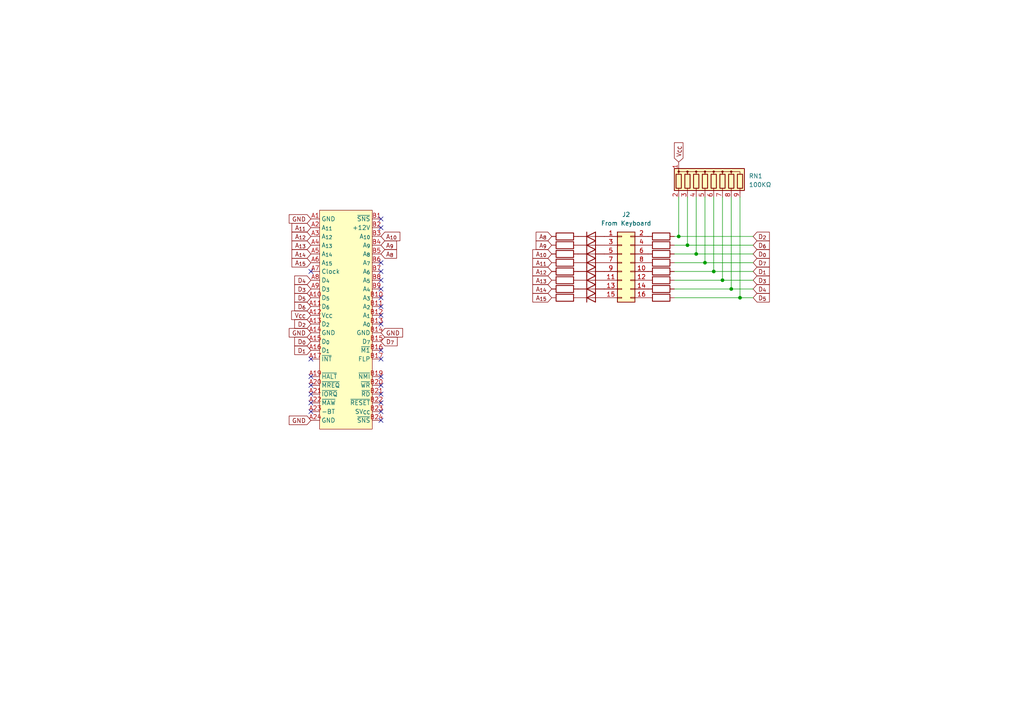
<source format=kicad_sch>
(kicad_sch (version 20250114) (generator "eeschema") (generator_version "9.0")
  (paper "A4")
  (lib_symbols
    (symbol "Clueless_Engineer:Z88_Expansion"
      (property "Reference" "J" (at 0 0 0))
      (property "Value" "Z88 Expansion Connector" (at 0 0 0))
      (symbol "Z88_Expansion_1_1"
        (rectangle (start -7.62 -2.54) (end 7.62 -66.04) (fill (type color) (color 255 255 194 1)))
        (pin power_in line (at -10.16 -5.08 0) (length 2.54) (name "GND") (number "A1"))
        (pin bidirectional line (at -10.16 -7.62 0) (length 2.54) (name "A_{11}") (number "A2"))
        (pin bidirectional line (at -10.16 -10.16 0) (length 2.54) (name "A_{12}") (number "A3"))
        (pin bidirectional line (at -10.16 -12.7 0) (length 2.54) (name "A_{13}") (number "A4"))
        (pin bidirectional line (at -10.16 -15.24 0) (length 2.54) (name "A_{14}") (number "A5"))
        (pin bidirectional line (at -10.16 -17.78 0) (length 2.54) (name "A_{15}") (number "A6"))
        (pin output line (at -10.16 -20.32 0) (length 2.54) (name "Clock") (number "A7"))
        (pin bidirectional line (at -10.16 -22.86 0) (length 2.54) (name "D_{4}") (number "A8"))
        (pin bidirectional line (at -10.16 -25.4 0) (length 2.54) (name "D_{3}") (number "A9"))
        (pin bidirectional line (at -10.16 -27.94 0) (length 2.54) (name "D_{5}") (number "A10"))
        (pin bidirectional line (at -10.16 -30.48 0) (length 2.54) (name "D_{6}") (number "A11"))
        (pin power_out line (at -10.16 -33.02 0) (length 2.54) (name "V_{CC}") (number "A12"))
        (pin bidirectional line (at -10.16 -35.56 0) (length 2.54) (name "D_{2}") (number "A13"))
        (pin power_in line (at -10.16 -38.1 0) (length 2.54) (name "GND") (number "A14"))
        (pin bidirectional line (at -10.16 -40.64 0) (length 2.54) (name "D_{0}") (number "A15"))
        (pin bidirectional line (at -10.16 -43.18 0) (length 2.54) (name "D_{1}") (number "A16"))
        (pin input line (at -10.16 -45.72 0) (length 2.54) (name "~{INT}") (number "A17"))
        (pin output line (at -10.16 -50.8 0) (length 2.54) (name "~{HALT}") (number "A19"))
        (pin output line (at -10.16 -53.34 0) (length 2.54) (name "~{MREQ}") (number "A20"))
        (pin output line (at -10.16 -55.88 0) (length 2.54) (name "~{IORQ}") (number "A21"))
        (pin input line (at -10.16 -58.42 0) (length 2.54) (name "~{MAW}") (number "A22"))
        (pin power_in line (at -10.16 -60.96 0) (length 2.54) (name "-BT") (number "A23"))
        (pin power_in line (at -10.16 -63.5 0) (length 2.54) (name "GND") (number "A24"))
        (pin input line (at 10.16 -5.08 180) (length 2.54) (name "~{SNS}") (number "B1"))
        (pin power_out line (at 10.16 -7.62 180) (length 2.54) (name "+12V") (number "B2"))
        (pin bidirectional line (at 10.16 -10.16 180) (length 2.54) (name "A_{10}") (number "B3"))
        (pin bidirectional line (at 10.16 -12.7 180) (length 2.54) (name "A_{9}") (number "B4"))
        (pin bidirectional line (at 10.16 -15.24 180) (length 2.54) (name "A_{8}") (number "B5"))
        (pin bidirectional line (at 10.16 -17.78 180) (length 2.54) (name "A_{7}") (number "B6"))
        (pin bidirectional line (at 10.16 -20.32 180) (length 2.54) (name "A_{6}") (number "B7"))
        (pin bidirectional line (at 10.16 -22.86 180) (length 2.54) (name "A_{5}") (number "B8"))
        (pin bidirectional line (at 10.16 -25.4 180) (length 2.54) (name "A_{4}") (number "B9"))
        (pin bidirectional line (at 10.16 -27.94 180) (length 2.54) (name "A_{3}") (number "B10"))
        (pin bidirectional line (at 10.16 -30.48 180) (length 2.54) (name "A_{2}") (number "B11"))
        (pin bidirectional line (at 10.16 -33.02 180) (length 2.54) (name "A_{1}") (number "B12"))
        (pin bidirectional line (at 10.16 -35.56 180) (length 2.54) (name "A_{0}") (number "B13"))
        (pin power_in line (at 10.16 -38.1 180) (length 2.54) (name "GND") (number "B14"))
        (pin bidirectional line (at 10.16 -40.64 180) (length 2.54) (name "D_{7}") (number "B15"))
        (pin output line (at 10.16 -43.18 180) (length 2.54) (name "~{M1}") (number "B16"))
        (pin output line (at 10.16 -45.72 180) (length 2.54) (name "FLP") (number "B17"))
        (pin input line (at 10.16 -50.8 180) (length 2.54) (name "~{NMI}") (number "B19"))
        (pin output line (at 10.16 -53.34 180) (length 2.54) (name "~{WR}") (number "B20"))
        (pin output line (at 10.16 -55.88 180) (length 2.54) (name "~{RD}") (number "B21"))
        (pin input line (at 10.16 -58.42 180) (length 2.54) (name "~{RESET}") (number "B22"))
        (pin power_out line (at 10.16 -60.96 180) (length 2.54) (name "SV_{CC}") (number "B23"))
        (pin input line (at 10.16 -63.5 180) (length 2.54) (name "~{SNS}") (number "B24"))
      )
    )
    (symbol "Connector_Generic:Conn_02x08_Odd_Even" (pin_names (offset 1.016) (hide yes))
      (property "Reference" "J" (at 1.27 10.16 0))
      (property "Value" "Conn_02x08_Odd_Even" (at 1.27 -12.7 0))
      (symbol "Conn_02x08_Odd_Even_1_1"
        (rectangle (start -1.27 8.89) (end 3.81 -11.43) (stroke (width 0.254)) (fill (type background)))
        (rectangle (start -1.27 7.747) (end 0 7.493) (stroke (width 0.1524)))
        (rectangle (start -1.27 5.207) (end 0 4.953) (stroke (width 0.1524)))
        (rectangle (start -1.27 2.667) (end 0 2.413) (stroke (width 0.1524)))
        (rectangle (start -1.27 0.127) (end 0 -0.127) (stroke (width 0.1524)))
        (rectangle (start -1.27 -2.413) (end 0 -2.667) (stroke (width 0.1524)))
        (rectangle (start -1.27 -4.953) (end 0 -5.207) (stroke (width 0.1524)))
        (rectangle (start -1.27 -7.493) (end 0 -7.747) (stroke (width 0.1524)))
        (rectangle (start -1.27 -10.033) (end 0 -10.287) (stroke (width 0.1524)))
        (rectangle (start 3.81 7.747) (end 2.54 7.493) (stroke (width 0.1524)))
        (rectangle (start 3.81 5.207) (end 2.54 4.953) (stroke (width 0.1524)))
        (rectangle (start 3.81 2.667) (end 2.54 2.413) (stroke (width 0.1524)))
        (rectangle (start 3.81 0.127) (end 2.54 -0.127) (stroke (width 0.1524)))
        (rectangle (start 3.81 -2.413) (end 2.54 -2.667) (stroke (width 0.1524)))
        (rectangle (start 3.81 -4.953) (end 2.54 -5.207) (stroke (width 0.1524)))
        (rectangle (start 3.81 -7.493) (end 2.54 -7.747) (stroke (width 0.1524)))
        (rectangle (start 3.81 -10.033) (end 2.54 -10.287) (stroke (width 0.1524)))
        (pin passive line (at -5.08 7.62 0) (length 3.81) (name "Pin_1") (number "1"))
        (pin passive line (at -5.08 5.08 0) (length 3.81) (name "Pin_3") (number "3"))
        (pin passive line (at -5.08 2.54 0) (length 3.81) (name "Pin_5") (number "5"))
        (pin passive line (at -5.08 0 0) (length 3.81) (name "Pin_7") (number "7"))
        (pin passive line (at -5.08 -2.54 0) (length 3.81) (name "Pin_9") (number "9"))
        (pin passive line (at -5.08 -5.08 0) (length 3.81) (name "Pin_11") (number "11"))
        (pin passive line (at -5.08 -7.62 0) (length 3.81) (name "Pin_13") (number "13"))
        (pin passive line (at -5.08 -10.16 0) (length 3.81) (name "Pin_15") (number "15"))
        (pin passive line (at 7.62 7.62 180) (length 3.81) (name "Pin_2") (number "2"))
        (pin passive line (at 7.62 5.08 180) (length 3.81) (name "Pin_4") (number "4"))
        (pin passive line (at 7.62 2.54 180) (length 3.81) (name "Pin_6") (number "6"))
        (pin passive line (at 7.62 0 180) (length 3.81) (name "Pin_8") (number "8"))
        (pin passive line (at 7.62 -2.54 180) (length 3.81) (name "Pin_10") (number "10"))
        (pin passive line (at 7.62 -5.08 180) (length 3.81) (name "Pin_12") (number "12"))
        (pin passive line (at 7.62 -7.62 180) (length 3.81) (name "Pin_14") (number "14"))
        (pin passive line (at 7.62 -10.16 180) (length 3.81) (name "Pin_16") (number "16"))
      )
    )
    (symbol "Device:R" (pin_numbers (hide yes)) (pin_names (offset 0))
      (property "Reference" "R" (at 2.032 0 90))
      (property "Value" "R" (at 0 0 90))
      (symbol "R_0_1"
        (rectangle (start -1.016 -2.54) (end 1.016 2.54) (stroke (width 0.254)))
      )
      (symbol "R_1_1"
        (pin passive line (at 0 3.81 270) (length 1.27) (name "~") (number "1"))
        (pin passive line (at 0 -3.81 90) (length 1.27) (name "~") (number "2"))
      )
    )
    (symbol "Device:R_Network08" (pin_names (offset 0) (hide yes))
      (property "Reference" "RN" (at -12.7 0 90))
      (property "Value" "R_Network08" (at 10.16 0 90))
      (symbol "R_Network08_0_1"
        (rectangle (start -11.43 -3.175) (end 8.89 3.175) (stroke (width 0.254)) (fill (type background)))
        (rectangle (start -10.922 1.524) (end -9.398 -2.54) (stroke (width 0.254)))
        (circle (center -10.16 2.286) (radius 0.254) (fill (type outline)))
        (polyline (pts (xy -10.16 1.524) (xy -10.16 2.286) (xy -7.62 2.286) (xy -7.62 1.524)))
        (polyline (pts (xy -10.16 -2.54) (xy -10.16 -3.81)))
        (rectangle (start -8.382 1.524) (end -6.858 -2.54) (stroke (width 0.254)))
        (circle (center -7.62 2.286) (radius 0.254) (fill (type outline)))
        (polyline (pts (xy -7.62 1.524) (xy -7.62 2.286) (xy -5.08 2.286) (xy -5.08 1.524)))
        (polyline (pts (xy -7.62 -2.54) (xy -7.62 -3.81)))
        (rectangle (start -5.842 1.524) (end -4.318 -2.54) (stroke (width 0.254)))
        (circle (center -5.08 2.286) (radius 0.254) (fill (type outline)))
        (polyline (pts (xy -5.08 1.524) (xy -5.08 2.286) (xy -2.54 2.286) (xy -2.54 1.524)))
        (polyline (pts (xy -5.08 -2.54) (xy -5.08 -3.81)))
        (rectangle (start -3.302 1.524) (end -1.778 -2.54) (stroke (width 0.254)))
        (circle (center -2.54 2.286) (radius 0.254) (fill (type outline)))
        (polyline (pts (xy -2.54 1.524) (xy -2.54 2.286) (xy 0 2.286) (xy 0 1.524)))
        (polyline (pts (xy -2.54 -2.54) (xy -2.54 -3.81)))
        (rectangle (start -0.762 1.524) (end 0.762 -2.54) (stroke (width 0.254)))
        (circle (center 0 2.286) (radius 0.254) (fill (type outline)))
        (polyline (pts (xy 0 1.524) (xy 0 2.286) (xy 2.54 2.286) (xy 2.54 1.524)))
        (polyline (pts (xy 0 -2.54) (xy 0 -3.81)))
        (rectangle (start 1.778 1.524) (end 3.302 -2.54) (stroke (width 0.254)))
        (circle (center 2.54 2.286) (radius 0.254) (fill (type outline)))
        (polyline (pts (xy 2.54 1.524) (xy 2.54 2.286) (xy 5.08 2.286) (xy 5.08 1.524)))
        (polyline (pts (xy 2.54 -2.54) (xy 2.54 -3.81)))
        (rectangle (start 4.318 1.524) (end 5.842 -2.54) (stroke (width 0.254)))
        (circle (center 5.08 2.286) (radius 0.254) (fill (type outline)))
        (polyline (pts (xy 5.08 1.524) (xy 5.08 2.286) (xy 7.62 2.286) (xy 7.62 1.524)))
        (polyline (pts (xy 5.08 -2.54) (xy 5.08 -3.81)))
        (rectangle (start 6.858 1.524) (end 8.382 -2.54) (stroke (width 0.254)))
        (polyline (pts (xy 7.62 -2.54) (xy 7.62 -3.81)))
      )
      (symbol "R_Network08_1_1"
        (pin passive line (at -10.16 5.08 270) (length 2.54) (name "common") (number "1"))
        (pin passive line (at -10.16 -5.08 90) (length 1.27) (name "R1") (number "2"))
        (pin passive line (at -7.62 -5.08 90) (length 1.27) (name "R2") (number "3"))
        (pin passive line (at -5.08 -5.08 90) (length 1.27) (name "R3") (number "4"))
        (pin passive line (at -2.54 -5.08 90) (length 1.27) (name "R4") (number "5"))
        (pin passive line (at 0 -5.08 90) (length 1.27) (name "R5") (number "6"))
        (pin passive line (at 2.54 -5.08 90) (length 1.27) (name "R6") (number "7"))
        (pin passive line (at 5.08 -5.08 90) (length 1.27) (name "R7") (number "8"))
        (pin passive line (at 7.62 -5.08 90) (length 1.27) (name "R8") (number "9"))
      )
    )
    (symbol "Diode:1N4148" (pin_numbers (hide yes)) (pin_names (hide yes))
      (property "Reference" "D" (at 0 2.54 0))
      (property "Value" "1N4148" (at 0 -2.54 0))
      (symbol "1N4148_0_1"
        (polyline (pts (xy -1.27 1.27) (xy -1.27 -1.27)) (stroke (width 0.254)))
        (polyline (pts (xy 1.27 1.27) (xy 1.27 -1.27) (xy -1.27 0) (xy 1.27 1.27)) (stroke (width 0.254)))
        (polyline (pts (xy 1.27 0) (xy -1.27 0)))
      )
      (symbol "1N4148_1_1"
        (pin passive line (at -3.81 0 0) (length 2.54) (name "K") (number "1"))
        (pin passive line (at 3.81 0 180) (length 2.54) (name "A") (number "2"))
      )
    )
  )
  (junction (at 196.85 68.58))
  (junction (at 201.93 73.66))
  (junction (at 199.39 71.12))
  (junction (at 214.63 86.36))
  (junction (at 209.55 81.28))
  (junction (at 212.09 83.82))
  (junction (at 207.01 78.74))
  (junction (at 204.47 76.2))
  (no_connect (at 110.49 63.5))
  (no_connect (at 110.49 114.3))
  (no_connect (at 110.49 121.92))
  (no_connect (at 110.49 93.98))
  (no_connect (at 90.17 109.22))
  (no_connect (at 110.49 81.28))
  (no_connect (at 110.49 116.84))
  (no_connect (at 110.49 111.76))
  (no_connect (at 110.49 66.04))
  (no_connect (at 110.49 119.38))
  (no_connect (at 110.49 78.74))
  (no_connect (at 90.17 78.74))
  (no_connect (at 110.49 101.6))
  (no_connect (at 110.49 88.9))
  (no_connect (at 90.17 119.38))
  (no_connect (at 90.17 104.14))
  (no_connect (at 90.17 114.3))
  (no_connect (at 110.49 86.36))
  (no_connect (at 110.49 104.14))
  (no_connect (at 110.49 76.2))
  (no_connect (at 110.49 83.82))
  (no_connect (at 110.49 109.22))
  (no_connect (at 90.17 111.76))
  (no_connect (at 90.17 116.84))
  (no_connect (at 110.49 91.44))
  (wire (pts (xy 204.47 57.15) (xy 204.47 76.2)))
  (wire (pts (xy 199.39 71.12) (xy 195.58 71.12)))
  (wire (pts (xy 218.44 78.74) (xy 207.01 78.74)))
  (wire (pts (xy 218.44 81.28) (xy 209.55 81.28)))
  (wire (pts (xy 212.09 83.82) (xy 195.58 83.82)))
  (wire (pts (xy 209.55 57.15) (xy 209.55 81.28)))
  (wire (pts (xy 209.55 81.28) (xy 195.58 81.28)))
  (wire (pts (xy 218.44 71.12) (xy 199.39 71.12)))
  (wire (pts (xy 214.63 86.36) (xy 195.58 86.36)))
  (wire (pts (xy 218.44 73.66) (xy 201.93 73.66)))
  (wire (pts (xy 195.58 76.2) (xy 204.47 76.2)))
  (wire (pts (xy 207.01 57.15) (xy 207.01 78.74)))
  (wire (pts (xy 201.93 57.15) (xy 201.93 73.66)))
  (wire (pts (xy 212.09 57.15) (xy 212.09 83.82)))
  (wire (pts (xy 207.01 78.74) (xy 195.58 78.74)))
  (wire (pts (xy 201.93 73.66) (xy 195.58 73.66)))
  (wire (pts (xy 218.44 86.36) (xy 214.63 86.36)))
  (wire (pts (xy 218.44 68.58) (xy 196.85 68.58)))
  (wire (pts (xy 214.63 57.15) (xy 214.63 86.36)))
  (wire (pts (xy 199.39 57.15) (xy 199.39 71.12)))
  (wire (pts (xy 196.85 68.58) (xy 195.58 68.58)))
  (wire (pts (xy 196.85 57.15) (xy 196.85 68.58)))
  (wire (pts (xy 204.47 76.2) (xy 218.44 76.2)))
  (wire (pts (xy 218.44 83.82) (xy 212.09 83.82)))
  (global_label "D_{1}" (shape input) (at 218.44 78.74 0) (property "Intersheetrefs" "${INTERSHEET_REFS}" (effects (hide yes))))
  (global_label "A_{9}" (shape input) (at 160.02 71.12 180) (property "Intersheetrefs" "${INTERSHEET_REFS}" (effects (hide yes))))
  (global_label "A_{8}" (shape input) (at 110.49 73.66 0) (property "Intersheetrefs" "${INTERSHEET_REFS}" (effects (hide yes))))
  (global_label "D_{0}" (shape input) (at 218.44 73.66 0) (property "Intersheetrefs" "${INTERSHEET_REFS}" (effects (hide yes))))
  (global_label "A_{14}" (shape input) (at 90.17 73.66 180) (property "Intersheetrefs" "${INTERSHEET_REFS}" (effects (hide yes))))
  (global_label "V_{CC}" (shape input) (at 196.85 46.99 90) (property "Intersheetrefs" "${INTERSHEET_REFS}" (effects (hide yes))))
  (global_label "D_{7}" (shape input) (at 218.44 76.2 0) (property "Intersheetrefs" "${INTERSHEET_REFS}" (effects (hide yes))))
  (global_label "D_{1}" (shape input) (at 90.17 101.6 180) (property "Intersheetrefs" "${INTERSHEET_REFS}" (effects (hide yes))))
  (global_label "A_{12}" (shape input) (at 90.17 68.58 180) (property "Intersheetrefs" "${INTERSHEET_REFS}" (effects (hide yes))))
  (global_label "D_{3}" (shape input) (at 90.17 83.82 180) (property "Intersheetrefs" "${INTERSHEET_REFS}" (effects (hide yes))))
  (global_label "A_{12}" (shape input) (at 160.02 78.74 180) (property "Intersheetrefs" "${INTERSHEET_REFS}" (effects (hide yes))))
  (global_label "D_{5}" (shape input) (at 218.44 86.36 0) (property "Intersheetrefs" "${INTERSHEET_REFS}" (effects (hide yes))))
  (global_label "D_{6}" (shape input) (at 218.44 71.12 0) (property "Intersheetrefs" "${INTERSHEET_REFS}" (effects (hide yes))))
  (global_label "A_{9}" (shape input) (at 110.49 71.12 0) (property "Intersheetrefs" "${INTERSHEET_REFS}" (effects (hide yes))))
  (global_label "A_{8}" (shape input) (at 160.02 68.58 180) (property "Intersheetrefs" "${INTERSHEET_REFS}" (effects (hide yes))))
  (global_label "D_{5}" (shape input) (at 90.17 86.36 180) (property "Intersheetrefs" "${INTERSHEET_REFS}" (effects (hide yes))))
  (global_label "A_{10}" (shape input) (at 160.02 73.66 180) (property "Intersheetrefs" "${INTERSHEET_REFS}" (effects (hide yes))))
  (global_label "A_{15}" (shape input) (at 90.17 76.2 180) (property "Intersheetrefs" "${INTERSHEET_REFS}" (effects (hide yes))))
  (global_label "D_{3}" (shape input) (at 218.44 81.28 0) (property "Intersheetrefs" "${INTERSHEET_REFS}" (effects (hide yes))))
  (global_label "A_{10}" (shape input) (at 110.49 68.58 0) (property "Intersheetrefs" "${INTERSHEET_REFS}" (effects (hide yes))))
  (global_label "D_{4}" (shape input) (at 90.17 81.28 180) (property "Intersheetrefs" "${INTERSHEET_REFS}" (effects (hide yes))))
  (global_label "GND" (shape input) (at 110.49 96.52 0) (property "Intersheetrefs" "${INTERSHEET_REFS}" (effects (hide yes))))
  (global_label "GND" (shape input) (at 90.17 63.5 180) (property "Intersheetrefs" "${INTERSHEET_REFS}" (effects (hide yes))))
  (global_label "A_{14}" (shape input) (at 160.02 83.82 180) (property "Intersheetrefs" "${INTERSHEET_REFS}" (effects (hide yes))))
  (global_label "A_{15}" (shape input) (at 160.02 86.36 180) (property "Intersheetrefs" "${INTERSHEET_REFS}" (effects (hide yes))))
  (global_label "D_{6}" (shape input) (at 90.17 88.9 180) (property "Intersheetrefs" "${INTERSHEET_REFS}" (effects (hide yes))))
  (global_label "D_{2}" (shape input) (at 90.17 93.98 180) (property "Intersheetrefs" "${INTERSHEET_REFS}" (effects (hide yes))))
  (global_label "V_{CC}" (shape input) (at 90.17 91.44 180) (property "Intersheetrefs" "${INTERSHEET_REFS}" (effects (hide yes))))
  (global_label "D_{4}" (shape input) (at 218.44 83.82 0) (property "Intersheetrefs" "${INTERSHEET_REFS}" (effects (hide yes))))
  (global_label "D_{0}" (shape input) (at 90.17 99.06 180) (property "Intersheetrefs" "${INTERSHEET_REFS}" (effects (hide yes))))
  (global_label "A_{11}" (shape input) (at 160.02 76.2 180) (property "Intersheetrefs" "${INTERSHEET_REFS}" (effects (hide yes))))
  (global_label "A_{11}" (shape input) (at 90.17 66.04 180) (property "Intersheetrefs" "${INTERSHEET_REFS}" (effects (hide yes))))
  (global_label "A_{13}" (shape input) (at 90.17 71.12 180) (property "Intersheetrefs" "${INTERSHEET_REFS}" (effects (hide yes))))
  (global_label "D_{2}" (shape input) (at 218.44 68.58 0) (property "Intersheetrefs" "${INTERSHEET_REFS}" (effects (hide yes))))
  (global_label "A_{13}" (shape input) (at 160.02 81.28 180) (property "Intersheetrefs" "${INTERSHEET_REFS}" (effects (hide yes))))
  (global_label "GND" (shape input) (at 90.17 121.92 180) (property "Intersheetrefs" "${INTERSHEET_REFS}" (effects (hide yes))))
  (global_label "GND" (shape input) (at 90.17 96.52 180) (property "Intersheetrefs" "${INTERSHEET_REFS}" (effects (hide yes))))
  (global_label "D_{7}" (shape input) (at 110.49 99.06 0) (property "Intersheetrefs" "${INTERSHEET_REFS}" (effects (hide yes))))
  (symbol (lib_id "Device:R") (at 191.77 73.66 90) (unit 1)
    (property "Reference" "R11" (effects (hide yes)))
    (property "Value" "47KΩ" (effects (hide yes)))
    (property "Footprint" "Resistor_THT:R_Axial_DIN0207_L6.3mm_D2.5mm_P7.62mm_Horizontal" (effects (hide yes)))
    (property "Description" "Resistor" (effects (hide yes)))
  )
  (symbol (lib_id "Device:R") (at 191.77 68.58 90) (unit 1)
    (property "Reference" "R9" (effects (hide yes)))
    (property "Value" "47KΩ" (effects (hide yes)))
    (property "Footprint" "Resistor_THT:R_Axial_DIN0207_L6.3mm_D2.5mm_P7.62mm_Horizontal" (effects (hide yes)))
    (property "Description" "Resistor" (effects (hide yes)))
  )
  (symbol (lib_id "Diode:1N4148") (at 171.45 78.74 0) (unit 1)
    (property "Reference" "D5" (effects (hide yes)))
    (property "Value" "1N4148" (effects (hide yes)))
    (property "Footprint" "Diode_THT:D_DO-35_SOD27_P7.62mm_Horizontal" (effects (hide yes)))
    (property "Datasheet" "https://assets.nexperia.com/documents/data-sheet/1N4148_1N4448.pdf" (effects (hide yes)))
    (property "Description" "100V 0.15A standard switching diode, DO-35" (effects (hide yes)))
    (property "Sim.Device" "D" (effects (hide yes)))
    (property "Sim.Pins" "1=K 2=A" (effects (hide yes)))
  )
  (symbol (lib_id "Diode:1N4148") (at 171.45 68.58 0) (unit 1)
    (property "Reference" "D1" (effects (hide yes)))
    (property "Value" "1N4148" (effects (hide yes)))
    (property "Footprint" "Diode_THT:D_DO-35_SOD27_P7.62mm_Horizontal" (effects (hide yes)))
    (property "Datasheet" "https://assets.nexperia.com/documents/data-sheet/1N4148_1N4448.pdf" (effects (hide yes)))
    (property "Description" "100V 0.15A standard switching diode, DO-35" (effects (hide yes)))
    (property "Sim.Device" "D" (effects (hide yes)))
    (property "Sim.Pins" "1=K 2=A" (effects (hide yes)))
  )
  (symbol (lib_id "Device:R_Network08") (at 207.01 52.07 0) (unit 1)
    (property "Reference" "RN1" (at 217.17 51.0539 0) (effects (justify left)))
    (property "Value" "100KΩ" (at 217.17 53.5939 0) (effects (justify left)))
    (property "Footprint" "Resistor_THT:R_Array_SIP9" (effects (hide yes)))
    (property "Datasheet" "http://www.vishay.com/docs/31509/csc.pdf" (effects (hide yes)))
    (property "Description" "8 resistor network, star topology, bussed resistors, small symbol" (effects (hide yes)))
  )
  (symbol (lib_id "Diode:1N4148") (at 171.45 81.28 0) (unit 1)
    (property "Reference" "D6" (effects (hide yes)))
    (property "Value" "1N4148" (effects (hide yes)))
    (property "Footprint" "Diode_THT:D_DO-35_SOD27_P7.62mm_Horizontal" (effects (hide yes)))
    (property "Datasheet" "https://assets.nexperia.com/documents/data-sheet/1N4148_1N4448.pdf" (effects (hide yes)))
    (property "Description" "100V 0.15A standard switching diode, DO-35" (effects (hide yes)))
    (property "Sim.Device" "D" (effects (hide yes)))
    (property "Sim.Pins" "1=K 2=A" (effects (hide yes)))
  )
  (symbol (lib_id "Device:R") (at 163.83 68.58 90) (unit 1)
    (property "Reference" "R1" (effects (hide yes)))
    (property "Value" "2.2KΩ" (effects (hide yes)))
    (property "Footprint" "Resistor_THT:R_Axial_DIN0207_L6.3mm_D2.5mm_P7.62mm_Horizontal" (effects (hide yes)))
    (property "Description" "Resistor" (effects (hide yes)))
  )
  (symbol (lib_id "Device:R") (at 191.77 76.2 90) (unit 1)
    (property "Reference" "R12" (effects (hide yes)))
    (property "Value" "47KΩ" (effects (hide yes)))
    (property "Footprint" "Resistor_THT:R_Axial_DIN0207_L6.3mm_D2.5mm_P7.62mm_Horizontal" (effects (hide yes)))
    (property "Description" "Resistor" (effects (hide yes)))
  )
  (symbol (lib_id "Device:R") (at 163.83 73.66 90) (unit 1)
    (property "Reference" "R3" (effects (hide yes)))
    (property "Value" "2.2KΩ" (effects (hide yes)))
    (property "Footprint" "Resistor_THT:R_Axial_DIN0207_L6.3mm_D2.5mm_P7.62mm_Horizontal" (effects (hide yes)))
    (property "Description" "Resistor" (effects (hide yes)))
  )
  (symbol (lib_id "Diode:1N4148") (at 171.45 73.66 0) (unit 1)
    (property "Reference" "D3" (effects (hide yes)))
    (property "Value" "1N4148" (effects (hide yes)))
    (property "Footprint" "Diode_THT:D_DO-35_SOD27_P7.62mm_Horizontal" (effects (hide yes)))
    (property "Datasheet" "https://assets.nexperia.com/documents/data-sheet/1N4148_1N4448.pdf" (effects (hide yes)))
    (property "Description" "100V 0.15A standard switching diode, DO-35" (effects (hide yes)))
    (property "Sim.Device" "D" (effects (hide yes)))
    (property "Sim.Pins" "1=K 2=A" (effects (hide yes)))
  )
  (symbol (lib_id "Device:R") (at 163.83 78.74 90) (unit 1)
    (property "Reference" "R5" (effects (hide yes)))
    (property "Value" "2.2KΩ" (effects (hide yes)))
    (property "Footprint" "Resistor_THT:R_Axial_DIN0207_L6.3mm_D2.5mm_P7.62mm_Horizontal" (effects (hide yes)))
    (property "Description" "Resistor" (effects (hide yes)))
  )
  (symbol (lib_id "Device:R") (at 163.83 76.2 90) (unit 1)
    (property "Reference" "R4" (effects (hide yes)))
    (property "Value" "2.2KΩ" (effects (hide yes)))
    (property "Footprint" "Resistor_THT:R_Axial_DIN0207_L6.3mm_D2.5mm_P7.62mm_Horizontal" (effects (hide yes)))
    (property "Description" "Resistor" (effects (hide yes)))
  )
  (symbol (lib_id "Clueless_Engineer:Z88_Expansion") (at 100.33 58.42 0) (unit 1)
    (property "Reference" "J1" (effects (hide yes)))
    (property "Value" "Z88 Expansion Connector" (effects (hide yes)))
    (property "Footprint" "Clueless_Engineer:Z88 Expansion Connector" (effects (hide yes)))
    (property "Description" "Z88 Cambridge Computer expansion connector" (effects (hide yes)))
  )
  (symbol (lib_id "Diode:1N4148") (at 171.45 76.2 0) (unit 1)
    (property "Reference" "D4" (effects (hide yes)))
    (property "Value" "1N4148" (effects (hide yes)))
    (property "Footprint" "Diode_THT:D_DO-35_SOD27_P7.62mm_Horizontal" (effects (hide yes)))
    (property "Datasheet" "https://assets.nexperia.com/documents/data-sheet/1N4148_1N4448.pdf" (effects (hide yes)))
    (property "Description" "100V 0.15A standard switching diode, DO-35" (effects (hide yes)))
    (property "Sim.Device" "D" (effects (hide yes)))
    (property "Sim.Pins" "1=K 2=A" (effects (hide yes)))
  )
  (symbol (lib_id "Diode:1N4148") (at 171.45 86.36 0) (unit 1)
    (property "Reference" "D8" (effects (hide yes)))
    (property "Value" "1N4148" (effects (hide yes)))
    (property "Footprint" "Diode_THT:D_DO-35_SOD27_P7.62mm_Horizontal" (effects (hide yes)))
    (property "Datasheet" "https://assets.nexperia.com/documents/data-sheet/1N4148_1N4448.pdf" (effects (hide yes)))
    (property "Description" "100V 0.15A standard switching diode, DO-35" (effects (hide yes)))
    (property "Sim.Device" "D" (effects (hide yes)))
    (property "Sim.Pins" "1=K 2=A" (effects (hide yes)))
  )
  (symbol (lib_id "Device:R") (at 163.83 86.36 90) (unit 1)
    (property "Reference" "R8" (effects (hide yes)))
    (property "Value" "2.2KΩ" (effects (hide yes)))
    (property "Footprint" "Resistor_THT:R_Axial_DIN0207_L6.3mm_D2.5mm_P7.62mm_Horizontal" (effects (hide yes)))
    (property "Description" "Resistor" (effects (hide yes)))
  )
  (symbol (lib_id "Diode:1N4148") (at 171.45 71.12 0) (unit 1)
    (property "Reference" "D2" (effects (hide yes)))
    (property "Value" "1N4148" (effects (hide yes)))
    (property "Footprint" "Diode_THT:D_DO-35_SOD27_P7.62mm_Horizontal" (effects (hide yes)))
    (property "Datasheet" "https://assets.nexperia.com/documents/data-sheet/1N4148_1N4448.pdf" (effects (hide yes)))
    (property "Description" "100V 0.15A standard switching diode, DO-35" (effects (hide yes)))
    (property "Sim.Device" "D" (effects (hide yes)))
    (property "Sim.Pins" "1=K 2=A" (effects (hide yes)))
  )
  (symbol (lib_id "Device:R") (at 163.83 71.12 90) (unit 1)
    (property "Reference" "R2" (effects (hide yes)))
    (property "Value" "2.2KΩ" (effects (hide yes)))
    (property "Footprint" "Resistor_THT:R_Axial_DIN0207_L6.3mm_D2.5mm_P7.62mm_Horizontal" (effects (hide yes)))
    (property "Description" "Resistor" (effects (hide yes)))
  )
  (symbol (lib_id "Device:R") (at 191.77 86.36 90) (unit 1)
    (property "Reference" "R16" (effects (hide yes)))
    (property "Value" "47KΩ" (effects (hide yes)))
    (property "Footprint" "Resistor_THT:R_Axial_DIN0207_L6.3mm_D2.5mm_P7.62mm_Horizontal" (effects (hide yes)))
    (property "Description" "Resistor" (effects (hide yes)))
  )
  (symbol (lib_id "Device:R") (at 163.83 83.82 90) (unit 1)
    (property "Reference" "R7" (effects (hide yes)))
    (property "Value" "2.2KΩ" (effects (hide yes)))
    (property "Footprint" "Resistor_THT:R_Axial_DIN0207_L6.3mm_D2.5mm_P7.62mm_Horizontal" (effects (hide yes)))
    (property "Description" "Resistor" (effects (hide yes)))
  )
  (symbol (lib_id "Device:R") (at 163.83 81.28 90) (unit 1)
    (property "Reference" "R6" (effects (hide yes)))
    (property "Value" "2.2KΩ" (effects (hide yes)))
    (property "Footprint" "Resistor_THT:R_Axial_DIN0207_L6.3mm_D2.5mm_P7.62mm_Horizontal" (effects (hide yes)))
    (property "Description" "Resistor" (effects (hide yes)))
  )
  (symbol (lib_id "Diode:1N4148") (at 171.45 83.82 0) (unit 1)
    (property "Reference" "D7" (effects (hide yes)))
    (property "Value" "1N4148" (effects (hide yes)))
    (property "Footprint" "Diode_THT:D_DO-35_SOD27_P7.62mm_Horizontal" (effects (hide yes)))
    (property "Datasheet" "https://assets.nexperia.com/documents/data-sheet/1N4148_1N4448.pdf" (effects (hide yes)))
    (property "Description" "100V 0.15A standard switching diode, DO-35" (effects (hide yes)))
    (property "Sim.Device" "D" (effects (hide yes)))
    (property "Sim.Pins" "1=K 2=A" (effects (hide yes)))
  )
  (symbol (lib_id "Device:R") (at 191.77 81.28 90) (unit 1)
    (property "Reference" "R14" (effects (hide yes)))
    (property "Value" "47KΩ" (effects (hide yes)))
    (property "Footprint" "Resistor_THT:R_Axial_DIN0207_L6.3mm_D2.5mm_P7.62mm_Horizontal" (effects (hide yes)))
    (property "Description" "Resistor" (effects (hide yes)))
  )
  (symbol (lib_id "Device:R") (at 191.77 78.74 90) (unit 1)
    (property "Reference" "R13" (effects (hide yes)))
    (property "Value" "47KΩ" (effects (hide yes)))
    (property "Footprint" "Resistor_THT:R_Axial_DIN0207_L6.3mm_D2.5mm_P7.62mm_Horizontal" (effects (hide yes)))
    (property "Description" "Resistor" (effects (hide yes)))
  )
  (symbol (lib_id "Connector_Generic:Conn_02x08_Odd_Even") (at 180.34 76.2 0) (unit 1)
    (property "Reference" "J2" (at 181.61 62.23 0))
    (property "Value" "From Keyboard" (at 181.61 64.77 0))
    (property "Footprint" "Connector_PinHeader_2.54mm:PinHeader_2x08_P2.54mm_Vertical" (effects (hide yes)))
    (property "Description" "Generic connector, double row, 02x08, odd/even pin numbering scheme (row 1 odd numbers, row 2 even numbers), script generated (kicad-library-utils/schlib/autogen/connector/)" (effects (hide yes)))
  )
  (symbol (lib_id "Device:R") (at 191.77 83.82 90) (unit 1)
    (property "Reference" "R15" (effects (hide yes)))
    (property "Value" "47KΩ" (effects (hide yes)))
    (property "Footprint" "Resistor_THT:R_Axial_DIN0207_L6.3mm_D2.5mm_P7.62mm_Horizontal" (effects (hide yes)))
    (property "Description" "Resistor" (effects (hide yes)))
  )
  (symbol (lib_id "Device:R") (at 191.77 71.12 90) (unit 1)
    (property "Reference" "R10" (effects (hide yes)))
    (property "Value" "47KΩ" (effects (hide yes)))
    (property "Footprint" "Resistor_THT:R_Axial_DIN0207_L6.3mm_D2.5mm_P7.62mm_Horizontal" (effects (hide yes)))
    (property "Description" "Resistor" (effects (hide yes)))
  )
)
</source>
